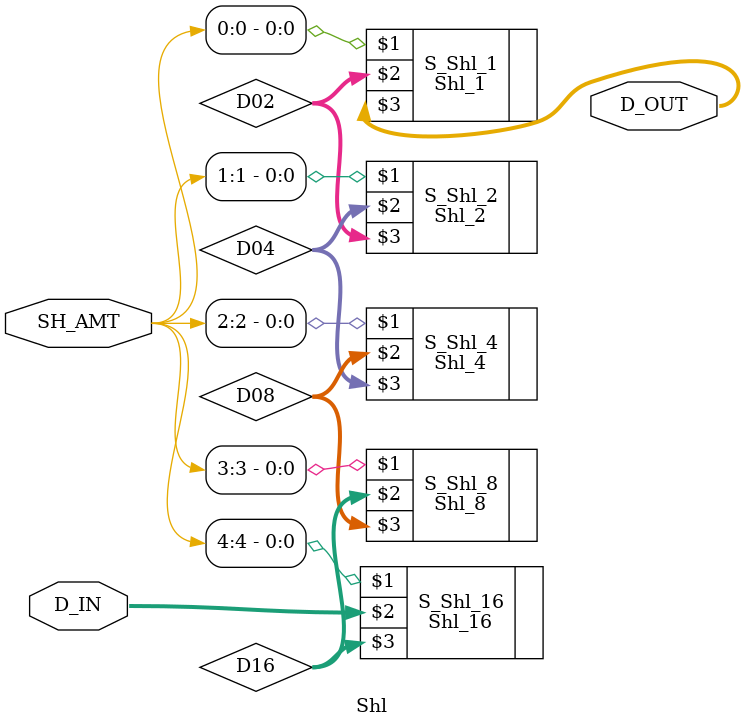
<source format=v>
`timescale 1 ns/1 ns

module Shl(SH_AMT, D_IN, D_OUT);

	input  [4:0] SH_AMT;
	input  [31:0] D_IN;
	output [31:0] D_OUT;
	wire   [31:0] D16;
	wire   [31:0] D08;
	wire   [31:0] D04;
	wire   [31:0] D02;
	
	Shl_16 S_Shl_16(SH_AMT[4], D_IN, D16);
	Shl_8 S_Shl_8(SH_AMT[3], D16, D08);
	Shl_4 S_Shl_4(SH_AMT[2], D08, D04);
	Shl_2 S_Shl_2(SH_AMT[1], D04, D02);
	Shl_1 S_Shl_1(SH_AMT[0], D02, D_OUT);

endmodule		
</source>
